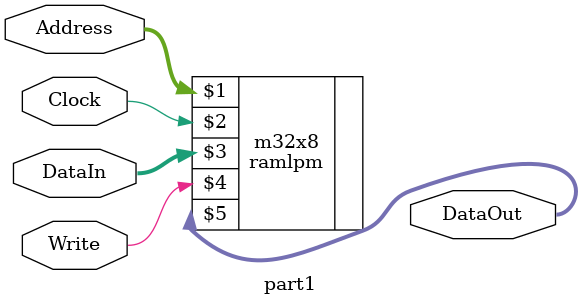
<source format=v>
module part1 (Clock, DataIn, DataOut, Address, Write);
	input Clock, Write;
	input [7:0] DataIn;
	output [7:0] DataOut;
	input [4:0] Address;
	
	// instantiate LPM module
	// module ramlpm (address, clock, data, wren, q);
	ramlpm m32x8 (Address, Clock, DataIn, Write, DataOut);
endmodule

</source>
